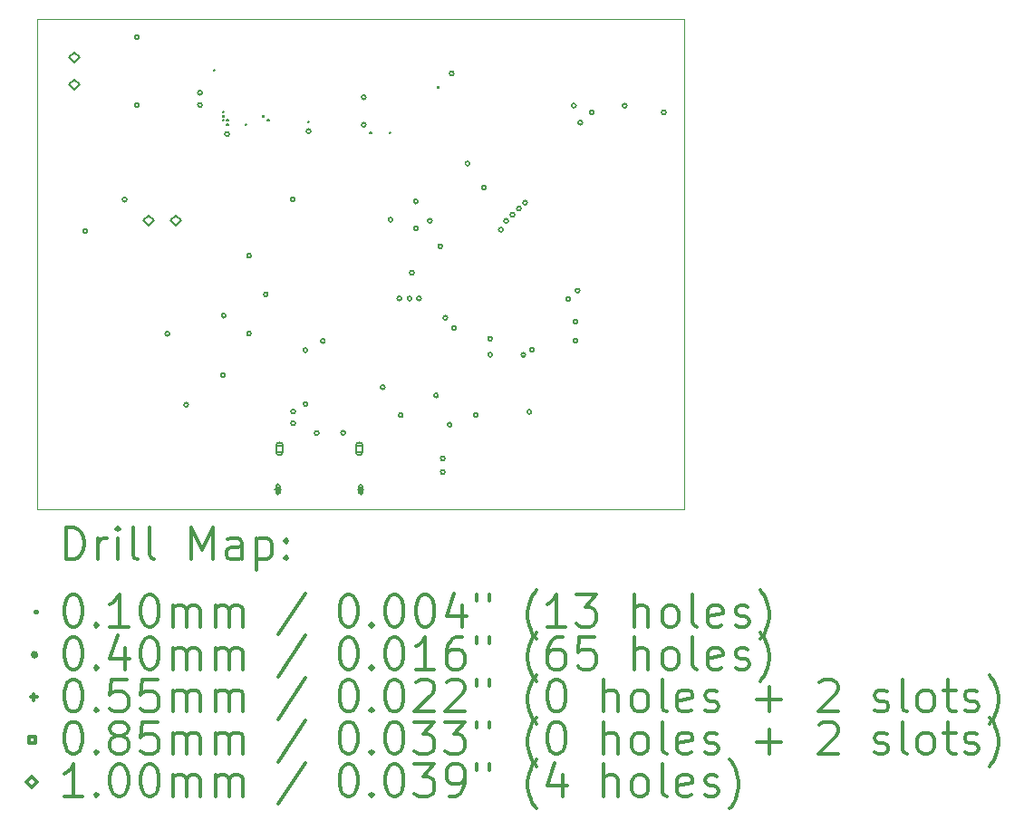
<source format=gbr>
%FSLAX45Y45*%
G04 Gerber Fmt 4.5, Leading zero omitted, Abs format (unit mm)*
G04 Created by KiCad (PCBNEW 4.0.6+dfsg1-1) date Tue Dec 26 18:46:28 2017*
%MOMM*%
%LPD*%
G01*
G04 APERTURE LIST*
%ADD10C,0.127000*%
%ADD11C,0.010000*%
%ADD12C,0.200000*%
%ADD13C,0.300000*%
G04 APERTURE END LIST*
D10*
D11*
X2770000Y-18340000D02*
X2770000Y-13760000D01*
X8820000Y-18340000D02*
X2770000Y-18340000D01*
X8820000Y-13760000D02*
X8820000Y-18340000D01*
X2770000Y-13760000D02*
X8820000Y-13760000D01*
D12*
X4423000Y-14228000D02*
X4433000Y-14238000D01*
X4433000Y-14228000D02*
X4423000Y-14238000D01*
X4507000Y-14618000D02*
X4517000Y-14628000D01*
X4517000Y-14618000D02*
X4507000Y-14628000D01*
X4507000Y-14658000D02*
X4517000Y-14668000D01*
X4517000Y-14658000D02*
X4507000Y-14668000D01*
X4507000Y-14698000D02*
X4517000Y-14708000D01*
X4517000Y-14698000D02*
X4507000Y-14708000D01*
X4547000Y-14698000D02*
X4557000Y-14708000D01*
X4557000Y-14698000D02*
X4547000Y-14708000D01*
X4547000Y-14738000D02*
X4557000Y-14748000D01*
X4557000Y-14738000D02*
X4547000Y-14748000D01*
X4722000Y-14738000D02*
X4732000Y-14748000D01*
X4732000Y-14738000D02*
X4722000Y-14748000D01*
X4881000Y-14658000D02*
X4891000Y-14668000D01*
X4891000Y-14658000D02*
X4881000Y-14668000D01*
X4927000Y-14698000D02*
X4937000Y-14708000D01*
X4937000Y-14698000D02*
X4927000Y-14708000D01*
X5305000Y-14710000D02*
X5315000Y-14720000D01*
X5315000Y-14710000D02*
X5305000Y-14720000D01*
X5884000Y-14811000D02*
X5894000Y-14821000D01*
X5894000Y-14811000D02*
X5884000Y-14821000D01*
X6067000Y-14811000D02*
X6077000Y-14821000D01*
X6077000Y-14811000D02*
X6067000Y-14821000D01*
X6514000Y-14387000D02*
X6524000Y-14397000D01*
X6524000Y-14387000D02*
X6514000Y-14397000D01*
X3242500Y-15740000D02*
G75*
G03X3242500Y-15740000I-20000J0D01*
G01*
X3611000Y-15443000D02*
G75*
G03X3611000Y-15443000I-20000J0D01*
G01*
X3724000Y-13925000D02*
G75*
G03X3724000Y-13925000I-20000J0D01*
G01*
X3724000Y-14560000D02*
G75*
G03X3724000Y-14560000I-20000J0D01*
G01*
X4010000Y-16697500D02*
G75*
G03X4010000Y-16697500I-20000J0D01*
G01*
X4186000Y-17360000D02*
G75*
G03X4186000Y-17360000I-20000J0D01*
G01*
X4315000Y-14446000D02*
G75*
G03X4315000Y-14446000I-20000J0D01*
G01*
X4315000Y-14560000D02*
G75*
G03X4315000Y-14560000I-20000J0D01*
G01*
X4530000Y-17082500D02*
G75*
G03X4530000Y-17082500I-20000J0D01*
G01*
X4537000Y-16528000D02*
G75*
G03X4537000Y-16528000I-20000J0D01*
G01*
X4568000Y-14831000D02*
G75*
G03X4568000Y-14831000I-20000J0D01*
G01*
X4772500Y-15967500D02*
G75*
G03X4772500Y-15967500I-20000J0D01*
G01*
X4772500Y-16695000D02*
G75*
G03X4772500Y-16695000I-20000J0D01*
G01*
X4930000Y-16330000D02*
G75*
G03X4930000Y-16330000I-20000J0D01*
G01*
X5180000Y-15443000D02*
G75*
G03X5180000Y-15443000I-20000J0D01*
G01*
X5185000Y-17534000D02*
G75*
G03X5185000Y-17534000I-20000J0D01*
G01*
X5186000Y-17424000D02*
G75*
G03X5186000Y-17424000I-20000J0D01*
G01*
X5300000Y-16850000D02*
G75*
G03X5300000Y-16850000I-20000J0D01*
G01*
X5300000Y-17352500D02*
G75*
G03X5300000Y-17352500I-20000J0D01*
G01*
X5330000Y-14805000D02*
G75*
G03X5330000Y-14805000I-20000J0D01*
G01*
X5405000Y-17625000D02*
G75*
G03X5405000Y-17625000I-20000J0D01*
G01*
X5462500Y-16765000D02*
G75*
G03X5462500Y-16765000I-20000J0D01*
G01*
X5652500Y-17622500D02*
G75*
G03X5652500Y-17622500I-20000J0D01*
G01*
X5845000Y-14487500D02*
G75*
G03X5845000Y-14487500I-20000J0D01*
G01*
X5845000Y-14745000D02*
G75*
G03X5845000Y-14745000I-20000J0D01*
G01*
X6022000Y-17196000D02*
G75*
G03X6022000Y-17196000I-20000J0D01*
G01*
X6095000Y-15632500D02*
G75*
G03X6095000Y-15632500I-20000J0D01*
G01*
X6177500Y-16367500D02*
G75*
G03X6177500Y-16367500I-20000J0D01*
G01*
X6191000Y-17457000D02*
G75*
G03X6191000Y-17457000I-20000J0D01*
G01*
X6272500Y-16367500D02*
G75*
G03X6272500Y-16367500I-20000J0D01*
G01*
X6295000Y-16127000D02*
G75*
G03X6295000Y-16127000I-20000J0D01*
G01*
X6332000Y-15461000D02*
G75*
G03X6332000Y-15461000I-20000J0D01*
G01*
X6333000Y-15713000D02*
G75*
G03X6333000Y-15713000I-20000J0D01*
G01*
X6360000Y-16367500D02*
G75*
G03X6360000Y-16367500I-20000J0D01*
G01*
X6462500Y-15642500D02*
G75*
G03X6462500Y-15642500I-20000J0D01*
G01*
X6520000Y-17273000D02*
G75*
G03X6520000Y-17273000I-20000J0D01*
G01*
X6560000Y-15880000D02*
G75*
G03X6560000Y-15880000I-20000J0D01*
G01*
X6584000Y-17862500D02*
G75*
G03X6584000Y-17862500I-20000J0D01*
G01*
X6584000Y-17989500D02*
G75*
G03X6584000Y-17989500I-20000J0D01*
G01*
X6607500Y-16547500D02*
G75*
G03X6607500Y-16547500I-20000J0D01*
G01*
X6647000Y-17547000D02*
G75*
G03X6647000Y-17547000I-20000J0D01*
G01*
X6666000Y-14265000D02*
G75*
G03X6666000Y-14265000I-20000J0D01*
G01*
X6687500Y-16645000D02*
G75*
G03X6687500Y-16645000I-20000J0D01*
G01*
X6814000Y-15108000D02*
G75*
G03X6814000Y-15108000I-20000J0D01*
G01*
X6891000Y-17457000D02*
G75*
G03X6891000Y-17457000I-20000J0D01*
G01*
X6968000Y-15330000D02*
G75*
G03X6968000Y-15330000I-20000J0D01*
G01*
X7025000Y-16745000D02*
G75*
G03X7025000Y-16745000I-20000J0D01*
G01*
X7026000Y-16894000D02*
G75*
G03X7026000Y-16894000I-20000J0D01*
G01*
X7125000Y-15725000D02*
G75*
G03X7125000Y-15725000I-20000J0D01*
G01*
X7175000Y-15642500D02*
G75*
G03X7175000Y-15642500I-20000J0D01*
G01*
X7235000Y-15585000D02*
G75*
G03X7235000Y-15585000I-20000J0D01*
G01*
X7295000Y-15527500D02*
G75*
G03X7295000Y-15527500I-20000J0D01*
G01*
X7336000Y-16894000D02*
G75*
G03X7336000Y-16894000I-20000J0D01*
G01*
X7352500Y-15472500D02*
G75*
G03X7352500Y-15472500I-20000J0D01*
G01*
X7392000Y-17427000D02*
G75*
G03X7392000Y-17427000I-20000J0D01*
G01*
X7417000Y-16846000D02*
G75*
G03X7417000Y-16846000I-20000J0D01*
G01*
X7755000Y-16372500D02*
G75*
G03X7755000Y-16372500I-20000J0D01*
G01*
X7807500Y-14565000D02*
G75*
G03X7807500Y-14565000I-20000J0D01*
G01*
X7822000Y-16586000D02*
G75*
G03X7822000Y-16586000I-20000J0D01*
G01*
X7822000Y-16762000D02*
G75*
G03X7822000Y-16762000I-20000J0D01*
G01*
X7842500Y-16295000D02*
G75*
G03X7842500Y-16295000I-20000J0D01*
G01*
X7867500Y-14725000D02*
G75*
G03X7867500Y-14725000I-20000J0D01*
G01*
X7975000Y-14630000D02*
G75*
G03X7975000Y-14630000I-20000J0D01*
G01*
X8282500Y-14567500D02*
G75*
G03X8282500Y-14567500I-20000J0D01*
G01*
X8649000Y-14629000D02*
G75*
G03X8649000Y-14629000I-20000J0D01*
G01*
X5022500Y-18125000D02*
X5022500Y-18180000D01*
X4995000Y-18152500D02*
X5050000Y-18152500D01*
X5005000Y-18120000D02*
X5005000Y-18185000D01*
X5040000Y-18120000D02*
X5040000Y-18185000D01*
X5005000Y-18185000D02*
G75*
G03X5040000Y-18185000I17500J0D01*
G01*
X5040000Y-18120000D02*
G75*
G03X5005000Y-18120000I-17500J0D01*
G01*
X5797500Y-18125000D02*
X5797500Y-18180000D01*
X5770000Y-18152500D02*
X5825000Y-18152500D01*
X5780000Y-18120000D02*
X5780000Y-18185000D01*
X5815000Y-18120000D02*
X5815000Y-18185000D01*
X5780000Y-18185000D02*
G75*
G03X5815000Y-18185000I17500J0D01*
G01*
X5815000Y-18120000D02*
G75*
G03X5780000Y-18120000I-17500J0D01*
G01*
X5067552Y-17802552D02*
X5067552Y-17742448D01*
X5007448Y-17742448D01*
X5007448Y-17802552D01*
X5067552Y-17802552D01*
X5005000Y-17745000D02*
X5005000Y-17800000D01*
X5070000Y-17745000D02*
X5070000Y-17800000D01*
X5005000Y-17800000D02*
G75*
G03X5070000Y-17800000I32500J0D01*
G01*
X5070000Y-17745000D02*
G75*
G03X5005000Y-17745000I-32500J0D01*
G01*
X5812552Y-17802552D02*
X5812552Y-17742448D01*
X5752448Y-17742448D01*
X5752448Y-17802552D01*
X5812552Y-17802552D01*
X5750000Y-17745000D02*
X5750000Y-17800000D01*
X5815000Y-17745000D02*
X5815000Y-17800000D01*
X5750000Y-17800000D02*
G75*
G03X5815000Y-17800000I32500J0D01*
G01*
X5815000Y-17745000D02*
G75*
G03X5750000Y-17745000I-32500J0D01*
G01*
X3117500Y-14166000D02*
X3167500Y-14116000D01*
X3117500Y-14066000D01*
X3067500Y-14116000D01*
X3117500Y-14166000D01*
X3117500Y-14420000D02*
X3167500Y-14370000D01*
X3117500Y-14320000D01*
X3067500Y-14370000D01*
X3117500Y-14420000D01*
X3812500Y-15690000D02*
X3862500Y-15640000D01*
X3812500Y-15590000D01*
X3762500Y-15640000D01*
X3812500Y-15690000D01*
X4066500Y-15690000D02*
X4116500Y-15640000D01*
X4066500Y-15590000D01*
X4016500Y-15640000D01*
X4066500Y-15690000D01*
D13*
X3040928Y-18806214D02*
X3040928Y-18506214D01*
X3112357Y-18506214D01*
X3155214Y-18520500D01*
X3183786Y-18549072D01*
X3198071Y-18577643D01*
X3212357Y-18634786D01*
X3212357Y-18677643D01*
X3198071Y-18734786D01*
X3183786Y-18763357D01*
X3155214Y-18791929D01*
X3112357Y-18806214D01*
X3040928Y-18806214D01*
X3340928Y-18806214D02*
X3340928Y-18606214D01*
X3340928Y-18663357D02*
X3355214Y-18634786D01*
X3369500Y-18620500D01*
X3398071Y-18606214D01*
X3426643Y-18606214D01*
X3526643Y-18806214D02*
X3526643Y-18606214D01*
X3526643Y-18506214D02*
X3512357Y-18520500D01*
X3526643Y-18534786D01*
X3540928Y-18520500D01*
X3526643Y-18506214D01*
X3526643Y-18534786D01*
X3712357Y-18806214D02*
X3683786Y-18791929D01*
X3669500Y-18763357D01*
X3669500Y-18506214D01*
X3869500Y-18806214D02*
X3840928Y-18791929D01*
X3826643Y-18763357D01*
X3826643Y-18506214D01*
X4212357Y-18806214D02*
X4212357Y-18506214D01*
X4312357Y-18720500D01*
X4412357Y-18506214D01*
X4412357Y-18806214D01*
X4683786Y-18806214D02*
X4683786Y-18649072D01*
X4669500Y-18620500D01*
X4640929Y-18606214D01*
X4583786Y-18606214D01*
X4555214Y-18620500D01*
X4683786Y-18791929D02*
X4655214Y-18806214D01*
X4583786Y-18806214D01*
X4555214Y-18791929D01*
X4540929Y-18763357D01*
X4540929Y-18734786D01*
X4555214Y-18706214D01*
X4583786Y-18691929D01*
X4655214Y-18691929D01*
X4683786Y-18677643D01*
X4826643Y-18606214D02*
X4826643Y-18906214D01*
X4826643Y-18620500D02*
X4855214Y-18606214D01*
X4912357Y-18606214D01*
X4940929Y-18620500D01*
X4955214Y-18634786D01*
X4969500Y-18663357D01*
X4969500Y-18749072D01*
X4955214Y-18777643D01*
X4940929Y-18791929D01*
X4912357Y-18806214D01*
X4855214Y-18806214D01*
X4826643Y-18791929D01*
X5098071Y-18777643D02*
X5112357Y-18791929D01*
X5098071Y-18806214D01*
X5083786Y-18791929D01*
X5098071Y-18777643D01*
X5098071Y-18806214D01*
X5098071Y-18620500D02*
X5112357Y-18634786D01*
X5098071Y-18649072D01*
X5083786Y-18634786D01*
X5098071Y-18620500D01*
X5098071Y-18649072D01*
X2759500Y-19295500D02*
X2769500Y-19305500D01*
X2769500Y-19295500D02*
X2759500Y-19305500D01*
X3098071Y-19136214D02*
X3126643Y-19136214D01*
X3155214Y-19150500D01*
X3169500Y-19164786D01*
X3183786Y-19193357D01*
X3198071Y-19250500D01*
X3198071Y-19321929D01*
X3183786Y-19379072D01*
X3169500Y-19407643D01*
X3155214Y-19421929D01*
X3126643Y-19436214D01*
X3098071Y-19436214D01*
X3069500Y-19421929D01*
X3055214Y-19407643D01*
X3040928Y-19379072D01*
X3026643Y-19321929D01*
X3026643Y-19250500D01*
X3040928Y-19193357D01*
X3055214Y-19164786D01*
X3069500Y-19150500D01*
X3098071Y-19136214D01*
X3326643Y-19407643D02*
X3340928Y-19421929D01*
X3326643Y-19436214D01*
X3312357Y-19421929D01*
X3326643Y-19407643D01*
X3326643Y-19436214D01*
X3626643Y-19436214D02*
X3455214Y-19436214D01*
X3540928Y-19436214D02*
X3540928Y-19136214D01*
X3512357Y-19179072D01*
X3483786Y-19207643D01*
X3455214Y-19221929D01*
X3812357Y-19136214D02*
X3840928Y-19136214D01*
X3869500Y-19150500D01*
X3883786Y-19164786D01*
X3898071Y-19193357D01*
X3912357Y-19250500D01*
X3912357Y-19321929D01*
X3898071Y-19379072D01*
X3883786Y-19407643D01*
X3869500Y-19421929D01*
X3840928Y-19436214D01*
X3812357Y-19436214D01*
X3783786Y-19421929D01*
X3769500Y-19407643D01*
X3755214Y-19379072D01*
X3740928Y-19321929D01*
X3740928Y-19250500D01*
X3755214Y-19193357D01*
X3769500Y-19164786D01*
X3783786Y-19150500D01*
X3812357Y-19136214D01*
X4040928Y-19436214D02*
X4040928Y-19236214D01*
X4040928Y-19264786D02*
X4055214Y-19250500D01*
X4083786Y-19236214D01*
X4126643Y-19236214D01*
X4155214Y-19250500D01*
X4169500Y-19279072D01*
X4169500Y-19436214D01*
X4169500Y-19279072D02*
X4183786Y-19250500D01*
X4212357Y-19236214D01*
X4255214Y-19236214D01*
X4283786Y-19250500D01*
X4298071Y-19279072D01*
X4298071Y-19436214D01*
X4440929Y-19436214D02*
X4440929Y-19236214D01*
X4440929Y-19264786D02*
X4455214Y-19250500D01*
X4483786Y-19236214D01*
X4526643Y-19236214D01*
X4555214Y-19250500D01*
X4569500Y-19279072D01*
X4569500Y-19436214D01*
X4569500Y-19279072D02*
X4583786Y-19250500D01*
X4612357Y-19236214D01*
X4655214Y-19236214D01*
X4683786Y-19250500D01*
X4698071Y-19279072D01*
X4698071Y-19436214D01*
X5283786Y-19121929D02*
X5026643Y-19507643D01*
X5669500Y-19136214D02*
X5698071Y-19136214D01*
X5726643Y-19150500D01*
X5740928Y-19164786D01*
X5755214Y-19193357D01*
X5769500Y-19250500D01*
X5769500Y-19321929D01*
X5755214Y-19379072D01*
X5740928Y-19407643D01*
X5726643Y-19421929D01*
X5698071Y-19436214D01*
X5669500Y-19436214D01*
X5640928Y-19421929D01*
X5626643Y-19407643D01*
X5612357Y-19379072D01*
X5598071Y-19321929D01*
X5598071Y-19250500D01*
X5612357Y-19193357D01*
X5626643Y-19164786D01*
X5640928Y-19150500D01*
X5669500Y-19136214D01*
X5898071Y-19407643D02*
X5912357Y-19421929D01*
X5898071Y-19436214D01*
X5883786Y-19421929D01*
X5898071Y-19407643D01*
X5898071Y-19436214D01*
X6098071Y-19136214D02*
X6126643Y-19136214D01*
X6155214Y-19150500D01*
X6169500Y-19164786D01*
X6183785Y-19193357D01*
X6198071Y-19250500D01*
X6198071Y-19321929D01*
X6183785Y-19379072D01*
X6169500Y-19407643D01*
X6155214Y-19421929D01*
X6126643Y-19436214D01*
X6098071Y-19436214D01*
X6069500Y-19421929D01*
X6055214Y-19407643D01*
X6040928Y-19379072D01*
X6026643Y-19321929D01*
X6026643Y-19250500D01*
X6040928Y-19193357D01*
X6055214Y-19164786D01*
X6069500Y-19150500D01*
X6098071Y-19136214D01*
X6383785Y-19136214D02*
X6412357Y-19136214D01*
X6440928Y-19150500D01*
X6455214Y-19164786D01*
X6469500Y-19193357D01*
X6483785Y-19250500D01*
X6483785Y-19321929D01*
X6469500Y-19379072D01*
X6455214Y-19407643D01*
X6440928Y-19421929D01*
X6412357Y-19436214D01*
X6383785Y-19436214D01*
X6355214Y-19421929D01*
X6340928Y-19407643D01*
X6326643Y-19379072D01*
X6312357Y-19321929D01*
X6312357Y-19250500D01*
X6326643Y-19193357D01*
X6340928Y-19164786D01*
X6355214Y-19150500D01*
X6383785Y-19136214D01*
X6740928Y-19236214D02*
X6740928Y-19436214D01*
X6669500Y-19121929D02*
X6598071Y-19336214D01*
X6783785Y-19336214D01*
X6883786Y-19136214D02*
X6883786Y-19193357D01*
X6998071Y-19136214D02*
X6998071Y-19193357D01*
X7440928Y-19550500D02*
X7426643Y-19536214D01*
X7398071Y-19493357D01*
X7383785Y-19464786D01*
X7369500Y-19421929D01*
X7355214Y-19350500D01*
X7355214Y-19293357D01*
X7369500Y-19221929D01*
X7383785Y-19179072D01*
X7398071Y-19150500D01*
X7426643Y-19107643D01*
X7440928Y-19093357D01*
X7712357Y-19436214D02*
X7540928Y-19436214D01*
X7626643Y-19436214D02*
X7626643Y-19136214D01*
X7598071Y-19179072D01*
X7569500Y-19207643D01*
X7540928Y-19221929D01*
X7812357Y-19136214D02*
X7998071Y-19136214D01*
X7898071Y-19250500D01*
X7940928Y-19250500D01*
X7969500Y-19264786D01*
X7983785Y-19279072D01*
X7998071Y-19307643D01*
X7998071Y-19379072D01*
X7983785Y-19407643D01*
X7969500Y-19421929D01*
X7940928Y-19436214D01*
X7855214Y-19436214D01*
X7826643Y-19421929D01*
X7812357Y-19407643D01*
X8355214Y-19436214D02*
X8355214Y-19136214D01*
X8483786Y-19436214D02*
X8483786Y-19279072D01*
X8469500Y-19250500D01*
X8440928Y-19236214D01*
X8398071Y-19236214D01*
X8369500Y-19250500D01*
X8355214Y-19264786D01*
X8669500Y-19436214D02*
X8640928Y-19421929D01*
X8626643Y-19407643D01*
X8612357Y-19379072D01*
X8612357Y-19293357D01*
X8626643Y-19264786D01*
X8640928Y-19250500D01*
X8669500Y-19236214D01*
X8712357Y-19236214D01*
X8740928Y-19250500D01*
X8755214Y-19264786D01*
X8769500Y-19293357D01*
X8769500Y-19379072D01*
X8755214Y-19407643D01*
X8740928Y-19421929D01*
X8712357Y-19436214D01*
X8669500Y-19436214D01*
X8940928Y-19436214D02*
X8912357Y-19421929D01*
X8898071Y-19393357D01*
X8898071Y-19136214D01*
X9169500Y-19421929D02*
X9140929Y-19436214D01*
X9083786Y-19436214D01*
X9055214Y-19421929D01*
X9040929Y-19393357D01*
X9040929Y-19279072D01*
X9055214Y-19250500D01*
X9083786Y-19236214D01*
X9140929Y-19236214D01*
X9169500Y-19250500D01*
X9183786Y-19279072D01*
X9183786Y-19307643D01*
X9040929Y-19336214D01*
X9298071Y-19421929D02*
X9326643Y-19436214D01*
X9383786Y-19436214D01*
X9412357Y-19421929D01*
X9426643Y-19393357D01*
X9426643Y-19379072D01*
X9412357Y-19350500D01*
X9383786Y-19336214D01*
X9340929Y-19336214D01*
X9312357Y-19321929D01*
X9298071Y-19293357D01*
X9298071Y-19279072D01*
X9312357Y-19250500D01*
X9340929Y-19236214D01*
X9383786Y-19236214D01*
X9412357Y-19250500D01*
X9526643Y-19550500D02*
X9540929Y-19536214D01*
X9569500Y-19493357D01*
X9583786Y-19464786D01*
X9598071Y-19421929D01*
X9612357Y-19350500D01*
X9612357Y-19293357D01*
X9598071Y-19221929D01*
X9583786Y-19179072D01*
X9569500Y-19150500D01*
X9540929Y-19107643D01*
X9526643Y-19093357D01*
X2769500Y-19696500D02*
G75*
G03X2769500Y-19696500I-20000J0D01*
G01*
X3098071Y-19532214D02*
X3126643Y-19532214D01*
X3155214Y-19546500D01*
X3169500Y-19560786D01*
X3183786Y-19589357D01*
X3198071Y-19646500D01*
X3198071Y-19717929D01*
X3183786Y-19775072D01*
X3169500Y-19803643D01*
X3155214Y-19817929D01*
X3126643Y-19832214D01*
X3098071Y-19832214D01*
X3069500Y-19817929D01*
X3055214Y-19803643D01*
X3040928Y-19775072D01*
X3026643Y-19717929D01*
X3026643Y-19646500D01*
X3040928Y-19589357D01*
X3055214Y-19560786D01*
X3069500Y-19546500D01*
X3098071Y-19532214D01*
X3326643Y-19803643D02*
X3340928Y-19817929D01*
X3326643Y-19832214D01*
X3312357Y-19817929D01*
X3326643Y-19803643D01*
X3326643Y-19832214D01*
X3598071Y-19632214D02*
X3598071Y-19832214D01*
X3526643Y-19517929D02*
X3455214Y-19732214D01*
X3640928Y-19732214D01*
X3812357Y-19532214D02*
X3840928Y-19532214D01*
X3869500Y-19546500D01*
X3883786Y-19560786D01*
X3898071Y-19589357D01*
X3912357Y-19646500D01*
X3912357Y-19717929D01*
X3898071Y-19775072D01*
X3883786Y-19803643D01*
X3869500Y-19817929D01*
X3840928Y-19832214D01*
X3812357Y-19832214D01*
X3783786Y-19817929D01*
X3769500Y-19803643D01*
X3755214Y-19775072D01*
X3740928Y-19717929D01*
X3740928Y-19646500D01*
X3755214Y-19589357D01*
X3769500Y-19560786D01*
X3783786Y-19546500D01*
X3812357Y-19532214D01*
X4040928Y-19832214D02*
X4040928Y-19632214D01*
X4040928Y-19660786D02*
X4055214Y-19646500D01*
X4083786Y-19632214D01*
X4126643Y-19632214D01*
X4155214Y-19646500D01*
X4169500Y-19675072D01*
X4169500Y-19832214D01*
X4169500Y-19675072D02*
X4183786Y-19646500D01*
X4212357Y-19632214D01*
X4255214Y-19632214D01*
X4283786Y-19646500D01*
X4298071Y-19675072D01*
X4298071Y-19832214D01*
X4440929Y-19832214D02*
X4440929Y-19632214D01*
X4440929Y-19660786D02*
X4455214Y-19646500D01*
X4483786Y-19632214D01*
X4526643Y-19632214D01*
X4555214Y-19646500D01*
X4569500Y-19675072D01*
X4569500Y-19832214D01*
X4569500Y-19675072D02*
X4583786Y-19646500D01*
X4612357Y-19632214D01*
X4655214Y-19632214D01*
X4683786Y-19646500D01*
X4698071Y-19675072D01*
X4698071Y-19832214D01*
X5283786Y-19517929D02*
X5026643Y-19903643D01*
X5669500Y-19532214D02*
X5698071Y-19532214D01*
X5726643Y-19546500D01*
X5740928Y-19560786D01*
X5755214Y-19589357D01*
X5769500Y-19646500D01*
X5769500Y-19717929D01*
X5755214Y-19775072D01*
X5740928Y-19803643D01*
X5726643Y-19817929D01*
X5698071Y-19832214D01*
X5669500Y-19832214D01*
X5640928Y-19817929D01*
X5626643Y-19803643D01*
X5612357Y-19775072D01*
X5598071Y-19717929D01*
X5598071Y-19646500D01*
X5612357Y-19589357D01*
X5626643Y-19560786D01*
X5640928Y-19546500D01*
X5669500Y-19532214D01*
X5898071Y-19803643D02*
X5912357Y-19817929D01*
X5898071Y-19832214D01*
X5883786Y-19817929D01*
X5898071Y-19803643D01*
X5898071Y-19832214D01*
X6098071Y-19532214D02*
X6126643Y-19532214D01*
X6155214Y-19546500D01*
X6169500Y-19560786D01*
X6183785Y-19589357D01*
X6198071Y-19646500D01*
X6198071Y-19717929D01*
X6183785Y-19775072D01*
X6169500Y-19803643D01*
X6155214Y-19817929D01*
X6126643Y-19832214D01*
X6098071Y-19832214D01*
X6069500Y-19817929D01*
X6055214Y-19803643D01*
X6040928Y-19775072D01*
X6026643Y-19717929D01*
X6026643Y-19646500D01*
X6040928Y-19589357D01*
X6055214Y-19560786D01*
X6069500Y-19546500D01*
X6098071Y-19532214D01*
X6483785Y-19832214D02*
X6312357Y-19832214D01*
X6398071Y-19832214D02*
X6398071Y-19532214D01*
X6369500Y-19575072D01*
X6340928Y-19603643D01*
X6312357Y-19617929D01*
X6740928Y-19532214D02*
X6683785Y-19532214D01*
X6655214Y-19546500D01*
X6640928Y-19560786D01*
X6612357Y-19603643D01*
X6598071Y-19660786D01*
X6598071Y-19775072D01*
X6612357Y-19803643D01*
X6626643Y-19817929D01*
X6655214Y-19832214D01*
X6712357Y-19832214D01*
X6740928Y-19817929D01*
X6755214Y-19803643D01*
X6769500Y-19775072D01*
X6769500Y-19703643D01*
X6755214Y-19675072D01*
X6740928Y-19660786D01*
X6712357Y-19646500D01*
X6655214Y-19646500D01*
X6626643Y-19660786D01*
X6612357Y-19675072D01*
X6598071Y-19703643D01*
X6883786Y-19532214D02*
X6883786Y-19589357D01*
X6998071Y-19532214D02*
X6998071Y-19589357D01*
X7440928Y-19946500D02*
X7426643Y-19932214D01*
X7398071Y-19889357D01*
X7383785Y-19860786D01*
X7369500Y-19817929D01*
X7355214Y-19746500D01*
X7355214Y-19689357D01*
X7369500Y-19617929D01*
X7383785Y-19575072D01*
X7398071Y-19546500D01*
X7426643Y-19503643D01*
X7440928Y-19489357D01*
X7683785Y-19532214D02*
X7626643Y-19532214D01*
X7598071Y-19546500D01*
X7583785Y-19560786D01*
X7555214Y-19603643D01*
X7540928Y-19660786D01*
X7540928Y-19775072D01*
X7555214Y-19803643D01*
X7569500Y-19817929D01*
X7598071Y-19832214D01*
X7655214Y-19832214D01*
X7683785Y-19817929D01*
X7698071Y-19803643D01*
X7712357Y-19775072D01*
X7712357Y-19703643D01*
X7698071Y-19675072D01*
X7683785Y-19660786D01*
X7655214Y-19646500D01*
X7598071Y-19646500D01*
X7569500Y-19660786D01*
X7555214Y-19675072D01*
X7540928Y-19703643D01*
X7983785Y-19532214D02*
X7840928Y-19532214D01*
X7826643Y-19675072D01*
X7840928Y-19660786D01*
X7869500Y-19646500D01*
X7940928Y-19646500D01*
X7969500Y-19660786D01*
X7983785Y-19675072D01*
X7998071Y-19703643D01*
X7998071Y-19775072D01*
X7983785Y-19803643D01*
X7969500Y-19817929D01*
X7940928Y-19832214D01*
X7869500Y-19832214D01*
X7840928Y-19817929D01*
X7826643Y-19803643D01*
X8355214Y-19832214D02*
X8355214Y-19532214D01*
X8483786Y-19832214D02*
X8483786Y-19675072D01*
X8469500Y-19646500D01*
X8440928Y-19632214D01*
X8398071Y-19632214D01*
X8369500Y-19646500D01*
X8355214Y-19660786D01*
X8669500Y-19832214D02*
X8640928Y-19817929D01*
X8626643Y-19803643D01*
X8612357Y-19775072D01*
X8612357Y-19689357D01*
X8626643Y-19660786D01*
X8640928Y-19646500D01*
X8669500Y-19632214D01*
X8712357Y-19632214D01*
X8740928Y-19646500D01*
X8755214Y-19660786D01*
X8769500Y-19689357D01*
X8769500Y-19775072D01*
X8755214Y-19803643D01*
X8740928Y-19817929D01*
X8712357Y-19832214D01*
X8669500Y-19832214D01*
X8940928Y-19832214D02*
X8912357Y-19817929D01*
X8898071Y-19789357D01*
X8898071Y-19532214D01*
X9169500Y-19817929D02*
X9140929Y-19832214D01*
X9083786Y-19832214D01*
X9055214Y-19817929D01*
X9040929Y-19789357D01*
X9040929Y-19675072D01*
X9055214Y-19646500D01*
X9083786Y-19632214D01*
X9140929Y-19632214D01*
X9169500Y-19646500D01*
X9183786Y-19675072D01*
X9183786Y-19703643D01*
X9040929Y-19732214D01*
X9298071Y-19817929D02*
X9326643Y-19832214D01*
X9383786Y-19832214D01*
X9412357Y-19817929D01*
X9426643Y-19789357D01*
X9426643Y-19775072D01*
X9412357Y-19746500D01*
X9383786Y-19732214D01*
X9340929Y-19732214D01*
X9312357Y-19717929D01*
X9298071Y-19689357D01*
X9298071Y-19675072D01*
X9312357Y-19646500D01*
X9340929Y-19632214D01*
X9383786Y-19632214D01*
X9412357Y-19646500D01*
X9526643Y-19946500D02*
X9540929Y-19932214D01*
X9569500Y-19889357D01*
X9583786Y-19860786D01*
X9598071Y-19817929D01*
X9612357Y-19746500D01*
X9612357Y-19689357D01*
X9598071Y-19617929D01*
X9583786Y-19575072D01*
X9569500Y-19546500D01*
X9540929Y-19503643D01*
X9526643Y-19489357D01*
X2742000Y-20065000D02*
X2742000Y-20120000D01*
X2714500Y-20092500D02*
X2769500Y-20092500D01*
X3098071Y-19928214D02*
X3126643Y-19928214D01*
X3155214Y-19942500D01*
X3169500Y-19956786D01*
X3183786Y-19985357D01*
X3198071Y-20042500D01*
X3198071Y-20113929D01*
X3183786Y-20171072D01*
X3169500Y-20199643D01*
X3155214Y-20213929D01*
X3126643Y-20228214D01*
X3098071Y-20228214D01*
X3069500Y-20213929D01*
X3055214Y-20199643D01*
X3040928Y-20171072D01*
X3026643Y-20113929D01*
X3026643Y-20042500D01*
X3040928Y-19985357D01*
X3055214Y-19956786D01*
X3069500Y-19942500D01*
X3098071Y-19928214D01*
X3326643Y-20199643D02*
X3340928Y-20213929D01*
X3326643Y-20228214D01*
X3312357Y-20213929D01*
X3326643Y-20199643D01*
X3326643Y-20228214D01*
X3612357Y-19928214D02*
X3469500Y-19928214D01*
X3455214Y-20071072D01*
X3469500Y-20056786D01*
X3498071Y-20042500D01*
X3569500Y-20042500D01*
X3598071Y-20056786D01*
X3612357Y-20071072D01*
X3626643Y-20099643D01*
X3626643Y-20171072D01*
X3612357Y-20199643D01*
X3598071Y-20213929D01*
X3569500Y-20228214D01*
X3498071Y-20228214D01*
X3469500Y-20213929D01*
X3455214Y-20199643D01*
X3898071Y-19928214D02*
X3755214Y-19928214D01*
X3740928Y-20071072D01*
X3755214Y-20056786D01*
X3783786Y-20042500D01*
X3855214Y-20042500D01*
X3883786Y-20056786D01*
X3898071Y-20071072D01*
X3912357Y-20099643D01*
X3912357Y-20171072D01*
X3898071Y-20199643D01*
X3883786Y-20213929D01*
X3855214Y-20228214D01*
X3783786Y-20228214D01*
X3755214Y-20213929D01*
X3740928Y-20199643D01*
X4040928Y-20228214D02*
X4040928Y-20028214D01*
X4040928Y-20056786D02*
X4055214Y-20042500D01*
X4083786Y-20028214D01*
X4126643Y-20028214D01*
X4155214Y-20042500D01*
X4169500Y-20071072D01*
X4169500Y-20228214D01*
X4169500Y-20071072D02*
X4183786Y-20042500D01*
X4212357Y-20028214D01*
X4255214Y-20028214D01*
X4283786Y-20042500D01*
X4298071Y-20071072D01*
X4298071Y-20228214D01*
X4440929Y-20228214D02*
X4440929Y-20028214D01*
X4440929Y-20056786D02*
X4455214Y-20042500D01*
X4483786Y-20028214D01*
X4526643Y-20028214D01*
X4555214Y-20042500D01*
X4569500Y-20071072D01*
X4569500Y-20228214D01*
X4569500Y-20071072D02*
X4583786Y-20042500D01*
X4612357Y-20028214D01*
X4655214Y-20028214D01*
X4683786Y-20042500D01*
X4698071Y-20071072D01*
X4698071Y-20228214D01*
X5283786Y-19913929D02*
X5026643Y-20299643D01*
X5669500Y-19928214D02*
X5698071Y-19928214D01*
X5726643Y-19942500D01*
X5740928Y-19956786D01*
X5755214Y-19985357D01*
X5769500Y-20042500D01*
X5769500Y-20113929D01*
X5755214Y-20171072D01*
X5740928Y-20199643D01*
X5726643Y-20213929D01*
X5698071Y-20228214D01*
X5669500Y-20228214D01*
X5640928Y-20213929D01*
X5626643Y-20199643D01*
X5612357Y-20171072D01*
X5598071Y-20113929D01*
X5598071Y-20042500D01*
X5612357Y-19985357D01*
X5626643Y-19956786D01*
X5640928Y-19942500D01*
X5669500Y-19928214D01*
X5898071Y-20199643D02*
X5912357Y-20213929D01*
X5898071Y-20228214D01*
X5883786Y-20213929D01*
X5898071Y-20199643D01*
X5898071Y-20228214D01*
X6098071Y-19928214D02*
X6126643Y-19928214D01*
X6155214Y-19942500D01*
X6169500Y-19956786D01*
X6183785Y-19985357D01*
X6198071Y-20042500D01*
X6198071Y-20113929D01*
X6183785Y-20171072D01*
X6169500Y-20199643D01*
X6155214Y-20213929D01*
X6126643Y-20228214D01*
X6098071Y-20228214D01*
X6069500Y-20213929D01*
X6055214Y-20199643D01*
X6040928Y-20171072D01*
X6026643Y-20113929D01*
X6026643Y-20042500D01*
X6040928Y-19985357D01*
X6055214Y-19956786D01*
X6069500Y-19942500D01*
X6098071Y-19928214D01*
X6312357Y-19956786D02*
X6326643Y-19942500D01*
X6355214Y-19928214D01*
X6426643Y-19928214D01*
X6455214Y-19942500D01*
X6469500Y-19956786D01*
X6483785Y-19985357D01*
X6483785Y-20013929D01*
X6469500Y-20056786D01*
X6298071Y-20228214D01*
X6483785Y-20228214D01*
X6598071Y-19956786D02*
X6612357Y-19942500D01*
X6640928Y-19928214D01*
X6712357Y-19928214D01*
X6740928Y-19942500D01*
X6755214Y-19956786D01*
X6769500Y-19985357D01*
X6769500Y-20013929D01*
X6755214Y-20056786D01*
X6583785Y-20228214D01*
X6769500Y-20228214D01*
X6883786Y-19928214D02*
X6883786Y-19985357D01*
X6998071Y-19928214D02*
X6998071Y-19985357D01*
X7440928Y-20342500D02*
X7426643Y-20328214D01*
X7398071Y-20285357D01*
X7383785Y-20256786D01*
X7369500Y-20213929D01*
X7355214Y-20142500D01*
X7355214Y-20085357D01*
X7369500Y-20013929D01*
X7383785Y-19971072D01*
X7398071Y-19942500D01*
X7426643Y-19899643D01*
X7440928Y-19885357D01*
X7612357Y-19928214D02*
X7640928Y-19928214D01*
X7669500Y-19942500D01*
X7683785Y-19956786D01*
X7698071Y-19985357D01*
X7712357Y-20042500D01*
X7712357Y-20113929D01*
X7698071Y-20171072D01*
X7683785Y-20199643D01*
X7669500Y-20213929D01*
X7640928Y-20228214D01*
X7612357Y-20228214D01*
X7583785Y-20213929D01*
X7569500Y-20199643D01*
X7555214Y-20171072D01*
X7540928Y-20113929D01*
X7540928Y-20042500D01*
X7555214Y-19985357D01*
X7569500Y-19956786D01*
X7583785Y-19942500D01*
X7612357Y-19928214D01*
X8069500Y-20228214D02*
X8069500Y-19928214D01*
X8198071Y-20228214D02*
X8198071Y-20071072D01*
X8183785Y-20042500D01*
X8155214Y-20028214D01*
X8112357Y-20028214D01*
X8083785Y-20042500D01*
X8069500Y-20056786D01*
X8383785Y-20228214D02*
X8355214Y-20213929D01*
X8340928Y-20199643D01*
X8326643Y-20171072D01*
X8326643Y-20085357D01*
X8340928Y-20056786D01*
X8355214Y-20042500D01*
X8383785Y-20028214D01*
X8426643Y-20028214D01*
X8455214Y-20042500D01*
X8469500Y-20056786D01*
X8483786Y-20085357D01*
X8483786Y-20171072D01*
X8469500Y-20199643D01*
X8455214Y-20213929D01*
X8426643Y-20228214D01*
X8383785Y-20228214D01*
X8655214Y-20228214D02*
X8626643Y-20213929D01*
X8612357Y-20185357D01*
X8612357Y-19928214D01*
X8883786Y-20213929D02*
X8855214Y-20228214D01*
X8798071Y-20228214D01*
X8769500Y-20213929D01*
X8755214Y-20185357D01*
X8755214Y-20071072D01*
X8769500Y-20042500D01*
X8798071Y-20028214D01*
X8855214Y-20028214D01*
X8883786Y-20042500D01*
X8898071Y-20071072D01*
X8898071Y-20099643D01*
X8755214Y-20128214D01*
X9012357Y-20213929D02*
X9040929Y-20228214D01*
X9098071Y-20228214D01*
X9126643Y-20213929D01*
X9140929Y-20185357D01*
X9140929Y-20171072D01*
X9126643Y-20142500D01*
X9098071Y-20128214D01*
X9055214Y-20128214D01*
X9026643Y-20113929D01*
X9012357Y-20085357D01*
X9012357Y-20071072D01*
X9026643Y-20042500D01*
X9055214Y-20028214D01*
X9098071Y-20028214D01*
X9126643Y-20042500D01*
X9498071Y-20113929D02*
X9726643Y-20113929D01*
X9612357Y-20228214D02*
X9612357Y-19999643D01*
X10083786Y-19956786D02*
X10098071Y-19942500D01*
X10126643Y-19928214D01*
X10198071Y-19928214D01*
X10226643Y-19942500D01*
X10240928Y-19956786D01*
X10255214Y-19985357D01*
X10255214Y-20013929D01*
X10240928Y-20056786D01*
X10069500Y-20228214D01*
X10255214Y-20228214D01*
X10598071Y-20213929D02*
X10626643Y-20228214D01*
X10683786Y-20228214D01*
X10712357Y-20213929D01*
X10726643Y-20185357D01*
X10726643Y-20171072D01*
X10712357Y-20142500D01*
X10683786Y-20128214D01*
X10640928Y-20128214D01*
X10612357Y-20113929D01*
X10598071Y-20085357D01*
X10598071Y-20071072D01*
X10612357Y-20042500D01*
X10640928Y-20028214D01*
X10683786Y-20028214D01*
X10712357Y-20042500D01*
X10898071Y-20228214D02*
X10869500Y-20213929D01*
X10855214Y-20185357D01*
X10855214Y-19928214D01*
X11055214Y-20228214D02*
X11026643Y-20213929D01*
X11012357Y-20199643D01*
X10998071Y-20171072D01*
X10998071Y-20085357D01*
X11012357Y-20056786D01*
X11026643Y-20042500D01*
X11055214Y-20028214D01*
X11098071Y-20028214D01*
X11126643Y-20042500D01*
X11140928Y-20056786D01*
X11155214Y-20085357D01*
X11155214Y-20171072D01*
X11140928Y-20199643D01*
X11126643Y-20213929D01*
X11098071Y-20228214D01*
X11055214Y-20228214D01*
X11240928Y-20028214D02*
X11355214Y-20028214D01*
X11283786Y-19928214D02*
X11283786Y-20185357D01*
X11298071Y-20213929D01*
X11326643Y-20228214D01*
X11355214Y-20228214D01*
X11440928Y-20213929D02*
X11469500Y-20228214D01*
X11526643Y-20228214D01*
X11555214Y-20213929D01*
X11569500Y-20185357D01*
X11569500Y-20171072D01*
X11555214Y-20142500D01*
X11526643Y-20128214D01*
X11483786Y-20128214D01*
X11455214Y-20113929D01*
X11440928Y-20085357D01*
X11440928Y-20071072D01*
X11455214Y-20042500D01*
X11483786Y-20028214D01*
X11526643Y-20028214D01*
X11555214Y-20042500D01*
X11669500Y-20342500D02*
X11683786Y-20328214D01*
X11712357Y-20285357D01*
X11726643Y-20256786D01*
X11740928Y-20213929D01*
X11755214Y-20142500D01*
X11755214Y-20085357D01*
X11740928Y-20013929D01*
X11726643Y-19971072D01*
X11712357Y-19942500D01*
X11683786Y-19899643D01*
X11669500Y-19885357D01*
X2757052Y-20518552D02*
X2757052Y-20458448D01*
X2696948Y-20458448D01*
X2696948Y-20518552D01*
X2757052Y-20518552D01*
X3098071Y-20324214D02*
X3126643Y-20324214D01*
X3155214Y-20338500D01*
X3169500Y-20352786D01*
X3183786Y-20381357D01*
X3198071Y-20438500D01*
X3198071Y-20509929D01*
X3183786Y-20567072D01*
X3169500Y-20595643D01*
X3155214Y-20609929D01*
X3126643Y-20624214D01*
X3098071Y-20624214D01*
X3069500Y-20609929D01*
X3055214Y-20595643D01*
X3040928Y-20567072D01*
X3026643Y-20509929D01*
X3026643Y-20438500D01*
X3040928Y-20381357D01*
X3055214Y-20352786D01*
X3069500Y-20338500D01*
X3098071Y-20324214D01*
X3326643Y-20595643D02*
X3340928Y-20609929D01*
X3326643Y-20624214D01*
X3312357Y-20609929D01*
X3326643Y-20595643D01*
X3326643Y-20624214D01*
X3512357Y-20452786D02*
X3483786Y-20438500D01*
X3469500Y-20424214D01*
X3455214Y-20395643D01*
X3455214Y-20381357D01*
X3469500Y-20352786D01*
X3483786Y-20338500D01*
X3512357Y-20324214D01*
X3569500Y-20324214D01*
X3598071Y-20338500D01*
X3612357Y-20352786D01*
X3626643Y-20381357D01*
X3626643Y-20395643D01*
X3612357Y-20424214D01*
X3598071Y-20438500D01*
X3569500Y-20452786D01*
X3512357Y-20452786D01*
X3483786Y-20467072D01*
X3469500Y-20481357D01*
X3455214Y-20509929D01*
X3455214Y-20567072D01*
X3469500Y-20595643D01*
X3483786Y-20609929D01*
X3512357Y-20624214D01*
X3569500Y-20624214D01*
X3598071Y-20609929D01*
X3612357Y-20595643D01*
X3626643Y-20567072D01*
X3626643Y-20509929D01*
X3612357Y-20481357D01*
X3598071Y-20467072D01*
X3569500Y-20452786D01*
X3898071Y-20324214D02*
X3755214Y-20324214D01*
X3740928Y-20467072D01*
X3755214Y-20452786D01*
X3783786Y-20438500D01*
X3855214Y-20438500D01*
X3883786Y-20452786D01*
X3898071Y-20467072D01*
X3912357Y-20495643D01*
X3912357Y-20567072D01*
X3898071Y-20595643D01*
X3883786Y-20609929D01*
X3855214Y-20624214D01*
X3783786Y-20624214D01*
X3755214Y-20609929D01*
X3740928Y-20595643D01*
X4040928Y-20624214D02*
X4040928Y-20424214D01*
X4040928Y-20452786D02*
X4055214Y-20438500D01*
X4083786Y-20424214D01*
X4126643Y-20424214D01*
X4155214Y-20438500D01*
X4169500Y-20467072D01*
X4169500Y-20624214D01*
X4169500Y-20467072D02*
X4183786Y-20438500D01*
X4212357Y-20424214D01*
X4255214Y-20424214D01*
X4283786Y-20438500D01*
X4298071Y-20467072D01*
X4298071Y-20624214D01*
X4440929Y-20624214D02*
X4440929Y-20424214D01*
X4440929Y-20452786D02*
X4455214Y-20438500D01*
X4483786Y-20424214D01*
X4526643Y-20424214D01*
X4555214Y-20438500D01*
X4569500Y-20467072D01*
X4569500Y-20624214D01*
X4569500Y-20467072D02*
X4583786Y-20438500D01*
X4612357Y-20424214D01*
X4655214Y-20424214D01*
X4683786Y-20438500D01*
X4698071Y-20467072D01*
X4698071Y-20624214D01*
X5283786Y-20309929D02*
X5026643Y-20695643D01*
X5669500Y-20324214D02*
X5698071Y-20324214D01*
X5726643Y-20338500D01*
X5740928Y-20352786D01*
X5755214Y-20381357D01*
X5769500Y-20438500D01*
X5769500Y-20509929D01*
X5755214Y-20567072D01*
X5740928Y-20595643D01*
X5726643Y-20609929D01*
X5698071Y-20624214D01*
X5669500Y-20624214D01*
X5640928Y-20609929D01*
X5626643Y-20595643D01*
X5612357Y-20567072D01*
X5598071Y-20509929D01*
X5598071Y-20438500D01*
X5612357Y-20381357D01*
X5626643Y-20352786D01*
X5640928Y-20338500D01*
X5669500Y-20324214D01*
X5898071Y-20595643D02*
X5912357Y-20609929D01*
X5898071Y-20624214D01*
X5883786Y-20609929D01*
X5898071Y-20595643D01*
X5898071Y-20624214D01*
X6098071Y-20324214D02*
X6126643Y-20324214D01*
X6155214Y-20338500D01*
X6169500Y-20352786D01*
X6183785Y-20381357D01*
X6198071Y-20438500D01*
X6198071Y-20509929D01*
X6183785Y-20567072D01*
X6169500Y-20595643D01*
X6155214Y-20609929D01*
X6126643Y-20624214D01*
X6098071Y-20624214D01*
X6069500Y-20609929D01*
X6055214Y-20595643D01*
X6040928Y-20567072D01*
X6026643Y-20509929D01*
X6026643Y-20438500D01*
X6040928Y-20381357D01*
X6055214Y-20352786D01*
X6069500Y-20338500D01*
X6098071Y-20324214D01*
X6298071Y-20324214D02*
X6483785Y-20324214D01*
X6383785Y-20438500D01*
X6426643Y-20438500D01*
X6455214Y-20452786D01*
X6469500Y-20467072D01*
X6483785Y-20495643D01*
X6483785Y-20567072D01*
X6469500Y-20595643D01*
X6455214Y-20609929D01*
X6426643Y-20624214D01*
X6340928Y-20624214D01*
X6312357Y-20609929D01*
X6298071Y-20595643D01*
X6583785Y-20324214D02*
X6769500Y-20324214D01*
X6669500Y-20438500D01*
X6712357Y-20438500D01*
X6740928Y-20452786D01*
X6755214Y-20467072D01*
X6769500Y-20495643D01*
X6769500Y-20567072D01*
X6755214Y-20595643D01*
X6740928Y-20609929D01*
X6712357Y-20624214D01*
X6626643Y-20624214D01*
X6598071Y-20609929D01*
X6583785Y-20595643D01*
X6883786Y-20324214D02*
X6883786Y-20381357D01*
X6998071Y-20324214D02*
X6998071Y-20381357D01*
X7440928Y-20738500D02*
X7426643Y-20724214D01*
X7398071Y-20681357D01*
X7383785Y-20652786D01*
X7369500Y-20609929D01*
X7355214Y-20538500D01*
X7355214Y-20481357D01*
X7369500Y-20409929D01*
X7383785Y-20367072D01*
X7398071Y-20338500D01*
X7426643Y-20295643D01*
X7440928Y-20281357D01*
X7612357Y-20324214D02*
X7640928Y-20324214D01*
X7669500Y-20338500D01*
X7683785Y-20352786D01*
X7698071Y-20381357D01*
X7712357Y-20438500D01*
X7712357Y-20509929D01*
X7698071Y-20567072D01*
X7683785Y-20595643D01*
X7669500Y-20609929D01*
X7640928Y-20624214D01*
X7612357Y-20624214D01*
X7583785Y-20609929D01*
X7569500Y-20595643D01*
X7555214Y-20567072D01*
X7540928Y-20509929D01*
X7540928Y-20438500D01*
X7555214Y-20381357D01*
X7569500Y-20352786D01*
X7583785Y-20338500D01*
X7612357Y-20324214D01*
X8069500Y-20624214D02*
X8069500Y-20324214D01*
X8198071Y-20624214D02*
X8198071Y-20467072D01*
X8183785Y-20438500D01*
X8155214Y-20424214D01*
X8112357Y-20424214D01*
X8083785Y-20438500D01*
X8069500Y-20452786D01*
X8383785Y-20624214D02*
X8355214Y-20609929D01*
X8340928Y-20595643D01*
X8326643Y-20567072D01*
X8326643Y-20481357D01*
X8340928Y-20452786D01*
X8355214Y-20438500D01*
X8383785Y-20424214D01*
X8426643Y-20424214D01*
X8455214Y-20438500D01*
X8469500Y-20452786D01*
X8483786Y-20481357D01*
X8483786Y-20567072D01*
X8469500Y-20595643D01*
X8455214Y-20609929D01*
X8426643Y-20624214D01*
X8383785Y-20624214D01*
X8655214Y-20624214D02*
X8626643Y-20609929D01*
X8612357Y-20581357D01*
X8612357Y-20324214D01*
X8883786Y-20609929D02*
X8855214Y-20624214D01*
X8798071Y-20624214D01*
X8769500Y-20609929D01*
X8755214Y-20581357D01*
X8755214Y-20467072D01*
X8769500Y-20438500D01*
X8798071Y-20424214D01*
X8855214Y-20424214D01*
X8883786Y-20438500D01*
X8898071Y-20467072D01*
X8898071Y-20495643D01*
X8755214Y-20524214D01*
X9012357Y-20609929D02*
X9040929Y-20624214D01*
X9098071Y-20624214D01*
X9126643Y-20609929D01*
X9140929Y-20581357D01*
X9140929Y-20567072D01*
X9126643Y-20538500D01*
X9098071Y-20524214D01*
X9055214Y-20524214D01*
X9026643Y-20509929D01*
X9012357Y-20481357D01*
X9012357Y-20467072D01*
X9026643Y-20438500D01*
X9055214Y-20424214D01*
X9098071Y-20424214D01*
X9126643Y-20438500D01*
X9498071Y-20509929D02*
X9726643Y-20509929D01*
X9612357Y-20624214D02*
X9612357Y-20395643D01*
X10083786Y-20352786D02*
X10098071Y-20338500D01*
X10126643Y-20324214D01*
X10198071Y-20324214D01*
X10226643Y-20338500D01*
X10240928Y-20352786D01*
X10255214Y-20381357D01*
X10255214Y-20409929D01*
X10240928Y-20452786D01*
X10069500Y-20624214D01*
X10255214Y-20624214D01*
X10598071Y-20609929D02*
X10626643Y-20624214D01*
X10683786Y-20624214D01*
X10712357Y-20609929D01*
X10726643Y-20581357D01*
X10726643Y-20567072D01*
X10712357Y-20538500D01*
X10683786Y-20524214D01*
X10640928Y-20524214D01*
X10612357Y-20509929D01*
X10598071Y-20481357D01*
X10598071Y-20467072D01*
X10612357Y-20438500D01*
X10640928Y-20424214D01*
X10683786Y-20424214D01*
X10712357Y-20438500D01*
X10898071Y-20624214D02*
X10869500Y-20609929D01*
X10855214Y-20581357D01*
X10855214Y-20324214D01*
X11055214Y-20624214D02*
X11026643Y-20609929D01*
X11012357Y-20595643D01*
X10998071Y-20567072D01*
X10998071Y-20481357D01*
X11012357Y-20452786D01*
X11026643Y-20438500D01*
X11055214Y-20424214D01*
X11098071Y-20424214D01*
X11126643Y-20438500D01*
X11140928Y-20452786D01*
X11155214Y-20481357D01*
X11155214Y-20567072D01*
X11140928Y-20595643D01*
X11126643Y-20609929D01*
X11098071Y-20624214D01*
X11055214Y-20624214D01*
X11240928Y-20424214D02*
X11355214Y-20424214D01*
X11283786Y-20324214D02*
X11283786Y-20581357D01*
X11298071Y-20609929D01*
X11326643Y-20624214D01*
X11355214Y-20624214D01*
X11440928Y-20609929D02*
X11469500Y-20624214D01*
X11526643Y-20624214D01*
X11555214Y-20609929D01*
X11569500Y-20581357D01*
X11569500Y-20567072D01*
X11555214Y-20538500D01*
X11526643Y-20524214D01*
X11483786Y-20524214D01*
X11455214Y-20509929D01*
X11440928Y-20481357D01*
X11440928Y-20467072D01*
X11455214Y-20438500D01*
X11483786Y-20424214D01*
X11526643Y-20424214D01*
X11555214Y-20438500D01*
X11669500Y-20738500D02*
X11683786Y-20724214D01*
X11712357Y-20681357D01*
X11726643Y-20652786D01*
X11740928Y-20609929D01*
X11755214Y-20538500D01*
X11755214Y-20481357D01*
X11740928Y-20409929D01*
X11726643Y-20367072D01*
X11712357Y-20338500D01*
X11683786Y-20295643D01*
X11669500Y-20281357D01*
X2719500Y-20934500D02*
X2769500Y-20884500D01*
X2719500Y-20834500D01*
X2669500Y-20884500D01*
X2719500Y-20934500D01*
X3198071Y-21020214D02*
X3026643Y-21020214D01*
X3112357Y-21020214D02*
X3112357Y-20720214D01*
X3083786Y-20763072D01*
X3055214Y-20791643D01*
X3026643Y-20805929D01*
X3326643Y-20991643D02*
X3340928Y-21005929D01*
X3326643Y-21020214D01*
X3312357Y-21005929D01*
X3326643Y-20991643D01*
X3326643Y-21020214D01*
X3526643Y-20720214D02*
X3555214Y-20720214D01*
X3583786Y-20734500D01*
X3598071Y-20748786D01*
X3612357Y-20777357D01*
X3626643Y-20834500D01*
X3626643Y-20905929D01*
X3612357Y-20963072D01*
X3598071Y-20991643D01*
X3583786Y-21005929D01*
X3555214Y-21020214D01*
X3526643Y-21020214D01*
X3498071Y-21005929D01*
X3483786Y-20991643D01*
X3469500Y-20963072D01*
X3455214Y-20905929D01*
X3455214Y-20834500D01*
X3469500Y-20777357D01*
X3483786Y-20748786D01*
X3498071Y-20734500D01*
X3526643Y-20720214D01*
X3812357Y-20720214D02*
X3840928Y-20720214D01*
X3869500Y-20734500D01*
X3883786Y-20748786D01*
X3898071Y-20777357D01*
X3912357Y-20834500D01*
X3912357Y-20905929D01*
X3898071Y-20963072D01*
X3883786Y-20991643D01*
X3869500Y-21005929D01*
X3840928Y-21020214D01*
X3812357Y-21020214D01*
X3783786Y-21005929D01*
X3769500Y-20991643D01*
X3755214Y-20963072D01*
X3740928Y-20905929D01*
X3740928Y-20834500D01*
X3755214Y-20777357D01*
X3769500Y-20748786D01*
X3783786Y-20734500D01*
X3812357Y-20720214D01*
X4040928Y-21020214D02*
X4040928Y-20820214D01*
X4040928Y-20848786D02*
X4055214Y-20834500D01*
X4083786Y-20820214D01*
X4126643Y-20820214D01*
X4155214Y-20834500D01*
X4169500Y-20863072D01*
X4169500Y-21020214D01*
X4169500Y-20863072D02*
X4183786Y-20834500D01*
X4212357Y-20820214D01*
X4255214Y-20820214D01*
X4283786Y-20834500D01*
X4298071Y-20863072D01*
X4298071Y-21020214D01*
X4440929Y-21020214D02*
X4440929Y-20820214D01*
X4440929Y-20848786D02*
X4455214Y-20834500D01*
X4483786Y-20820214D01*
X4526643Y-20820214D01*
X4555214Y-20834500D01*
X4569500Y-20863072D01*
X4569500Y-21020214D01*
X4569500Y-20863072D02*
X4583786Y-20834500D01*
X4612357Y-20820214D01*
X4655214Y-20820214D01*
X4683786Y-20834500D01*
X4698071Y-20863072D01*
X4698071Y-21020214D01*
X5283786Y-20705929D02*
X5026643Y-21091643D01*
X5669500Y-20720214D02*
X5698071Y-20720214D01*
X5726643Y-20734500D01*
X5740928Y-20748786D01*
X5755214Y-20777357D01*
X5769500Y-20834500D01*
X5769500Y-20905929D01*
X5755214Y-20963072D01*
X5740928Y-20991643D01*
X5726643Y-21005929D01*
X5698071Y-21020214D01*
X5669500Y-21020214D01*
X5640928Y-21005929D01*
X5626643Y-20991643D01*
X5612357Y-20963072D01*
X5598071Y-20905929D01*
X5598071Y-20834500D01*
X5612357Y-20777357D01*
X5626643Y-20748786D01*
X5640928Y-20734500D01*
X5669500Y-20720214D01*
X5898071Y-20991643D02*
X5912357Y-21005929D01*
X5898071Y-21020214D01*
X5883786Y-21005929D01*
X5898071Y-20991643D01*
X5898071Y-21020214D01*
X6098071Y-20720214D02*
X6126643Y-20720214D01*
X6155214Y-20734500D01*
X6169500Y-20748786D01*
X6183785Y-20777357D01*
X6198071Y-20834500D01*
X6198071Y-20905929D01*
X6183785Y-20963072D01*
X6169500Y-20991643D01*
X6155214Y-21005929D01*
X6126643Y-21020214D01*
X6098071Y-21020214D01*
X6069500Y-21005929D01*
X6055214Y-20991643D01*
X6040928Y-20963072D01*
X6026643Y-20905929D01*
X6026643Y-20834500D01*
X6040928Y-20777357D01*
X6055214Y-20748786D01*
X6069500Y-20734500D01*
X6098071Y-20720214D01*
X6298071Y-20720214D02*
X6483785Y-20720214D01*
X6383785Y-20834500D01*
X6426643Y-20834500D01*
X6455214Y-20848786D01*
X6469500Y-20863072D01*
X6483785Y-20891643D01*
X6483785Y-20963072D01*
X6469500Y-20991643D01*
X6455214Y-21005929D01*
X6426643Y-21020214D01*
X6340928Y-21020214D01*
X6312357Y-21005929D01*
X6298071Y-20991643D01*
X6626643Y-21020214D02*
X6683785Y-21020214D01*
X6712357Y-21005929D01*
X6726643Y-20991643D01*
X6755214Y-20948786D01*
X6769500Y-20891643D01*
X6769500Y-20777357D01*
X6755214Y-20748786D01*
X6740928Y-20734500D01*
X6712357Y-20720214D01*
X6655214Y-20720214D01*
X6626643Y-20734500D01*
X6612357Y-20748786D01*
X6598071Y-20777357D01*
X6598071Y-20848786D01*
X6612357Y-20877357D01*
X6626643Y-20891643D01*
X6655214Y-20905929D01*
X6712357Y-20905929D01*
X6740928Y-20891643D01*
X6755214Y-20877357D01*
X6769500Y-20848786D01*
X6883786Y-20720214D02*
X6883786Y-20777357D01*
X6998071Y-20720214D02*
X6998071Y-20777357D01*
X7440928Y-21134500D02*
X7426643Y-21120214D01*
X7398071Y-21077357D01*
X7383785Y-21048786D01*
X7369500Y-21005929D01*
X7355214Y-20934500D01*
X7355214Y-20877357D01*
X7369500Y-20805929D01*
X7383785Y-20763072D01*
X7398071Y-20734500D01*
X7426643Y-20691643D01*
X7440928Y-20677357D01*
X7683785Y-20820214D02*
X7683785Y-21020214D01*
X7612357Y-20705929D02*
X7540928Y-20920214D01*
X7726643Y-20920214D01*
X8069500Y-21020214D02*
X8069500Y-20720214D01*
X8198071Y-21020214D02*
X8198071Y-20863072D01*
X8183785Y-20834500D01*
X8155214Y-20820214D01*
X8112357Y-20820214D01*
X8083785Y-20834500D01*
X8069500Y-20848786D01*
X8383785Y-21020214D02*
X8355214Y-21005929D01*
X8340928Y-20991643D01*
X8326643Y-20963072D01*
X8326643Y-20877357D01*
X8340928Y-20848786D01*
X8355214Y-20834500D01*
X8383785Y-20820214D01*
X8426643Y-20820214D01*
X8455214Y-20834500D01*
X8469500Y-20848786D01*
X8483786Y-20877357D01*
X8483786Y-20963072D01*
X8469500Y-20991643D01*
X8455214Y-21005929D01*
X8426643Y-21020214D01*
X8383785Y-21020214D01*
X8655214Y-21020214D02*
X8626643Y-21005929D01*
X8612357Y-20977357D01*
X8612357Y-20720214D01*
X8883786Y-21005929D02*
X8855214Y-21020214D01*
X8798071Y-21020214D01*
X8769500Y-21005929D01*
X8755214Y-20977357D01*
X8755214Y-20863072D01*
X8769500Y-20834500D01*
X8798071Y-20820214D01*
X8855214Y-20820214D01*
X8883786Y-20834500D01*
X8898071Y-20863072D01*
X8898071Y-20891643D01*
X8755214Y-20920214D01*
X9012357Y-21005929D02*
X9040929Y-21020214D01*
X9098071Y-21020214D01*
X9126643Y-21005929D01*
X9140929Y-20977357D01*
X9140929Y-20963072D01*
X9126643Y-20934500D01*
X9098071Y-20920214D01*
X9055214Y-20920214D01*
X9026643Y-20905929D01*
X9012357Y-20877357D01*
X9012357Y-20863072D01*
X9026643Y-20834500D01*
X9055214Y-20820214D01*
X9098071Y-20820214D01*
X9126643Y-20834500D01*
X9240928Y-21134500D02*
X9255214Y-21120214D01*
X9283786Y-21077357D01*
X9298071Y-21048786D01*
X9312357Y-21005929D01*
X9326643Y-20934500D01*
X9326643Y-20877357D01*
X9312357Y-20805929D01*
X9298071Y-20763072D01*
X9283786Y-20734500D01*
X9255214Y-20691643D01*
X9240928Y-20677357D01*
M02*

</source>
